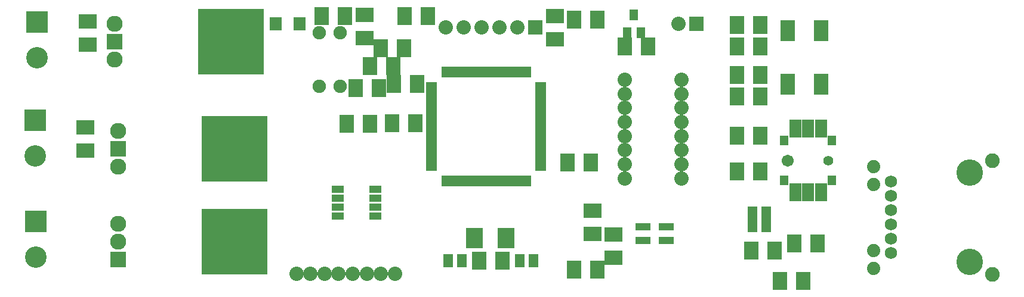
<source format=gts>
G04 (created by PCBNEW-RS274X (2012-01-19 BZR 3256)-stable) date 10/27/2012 1:23:42 PM*
G01*
G70*
G90*
%MOIN*%
G04 Gerber Fmt 3.4, Leading zero omitted, Abs format*
%FSLAX34Y34*%
G04 APERTURE LIST*
%ADD10C,0.006000*%
%ADD11R,0.060000X0.030000*%
%ADD12R,0.030000X0.060000*%
%ADD13R,0.090000X0.090000*%
%ADD14C,0.090000*%
%ADD15R,0.370000X0.370000*%
%ADD16R,0.047600X0.059400*%
%ADD17R,0.065000X0.040000*%
%ADD18R,0.080000X0.100000*%
%ADD19R,0.100000X0.080000*%
%ADD20R,0.055000X0.075000*%
%ADD21R,0.080000X0.080000*%
%ADD22C,0.080000*%
%ADD23R,0.094800X0.114500*%
%ADD24R,0.035700X0.043600*%
%ADD25C,0.075000*%
%ADD26C,0.067200*%
%ADD27C,0.055400*%
%ADD28R,0.048000X0.056700*%
%ADD29R,0.067200X0.098700*%
%ADD30R,0.068800X0.077900*%
%ADD31R,0.079100X0.059400*%
%ADD32R,0.120000X0.120000*%
%ADD33C,0.120000*%
%ADD34C,0.074000*%
%ADD35C,0.069000*%
%ADD36C,0.148000*%
%ADD37C,0.082000*%
G04 APERTURE END LIST*
G54D10*
G54D11*
X59800Y-35890D03*
X59800Y-40610D03*
X59800Y-40410D03*
X59800Y-40220D03*
X59800Y-40020D03*
X59800Y-39820D03*
X59800Y-39630D03*
X59800Y-39430D03*
X59800Y-39230D03*
X59800Y-39040D03*
X59800Y-38840D03*
X59800Y-38640D03*
X59800Y-38440D03*
X59800Y-38250D03*
X59800Y-38050D03*
X59800Y-37850D03*
X59800Y-37660D03*
X59800Y-37460D03*
X59800Y-37260D03*
X59800Y-37070D03*
X59800Y-36870D03*
X59800Y-36670D03*
X59800Y-36480D03*
X59800Y-36280D03*
X59800Y-36080D03*
G54D12*
X59110Y-41300D03*
X54390Y-41300D03*
X54590Y-41300D03*
X54780Y-41300D03*
X54980Y-41300D03*
X55180Y-41300D03*
X55370Y-41300D03*
X55570Y-41300D03*
X55770Y-41300D03*
X55960Y-41300D03*
X56160Y-41300D03*
X56360Y-41300D03*
X56560Y-41300D03*
X56750Y-41300D03*
X56950Y-41300D03*
X57150Y-41300D03*
X57340Y-41300D03*
X57540Y-41300D03*
X57740Y-41300D03*
X57930Y-41300D03*
X58130Y-41300D03*
X58330Y-41300D03*
X58520Y-41300D03*
X58720Y-41300D03*
X58920Y-41300D03*
X59110Y-35200D03*
X58910Y-35200D03*
X58720Y-35200D03*
X58520Y-35200D03*
X58320Y-35200D03*
X58130Y-35200D03*
X57930Y-35200D03*
X57730Y-35200D03*
X57540Y-35200D03*
X57340Y-35200D03*
X57140Y-35200D03*
X56940Y-35200D03*
X56750Y-35200D03*
X56550Y-35200D03*
X56350Y-35200D03*
X56160Y-35200D03*
X55960Y-35200D03*
X55760Y-35200D03*
X55570Y-35200D03*
X55370Y-35200D03*
X55170Y-35200D03*
X54980Y-35200D03*
X54780Y-35200D03*
X54580Y-35200D03*
X54390Y-35200D03*
G54D11*
X53700Y-35890D03*
X53700Y-36090D03*
X53700Y-36280D03*
X53700Y-36480D03*
X53700Y-36680D03*
X53700Y-36870D03*
X53700Y-37070D03*
X53700Y-37270D03*
X53700Y-37460D03*
X53700Y-37660D03*
X53700Y-37860D03*
X53700Y-38060D03*
X53700Y-38250D03*
X53700Y-38450D03*
X53700Y-38650D03*
X53700Y-38840D03*
X53700Y-39040D03*
X53700Y-39240D03*
X53700Y-39430D03*
X53700Y-39630D03*
X53700Y-39830D03*
X53700Y-40020D03*
X53700Y-40220D03*
X53700Y-40420D03*
X53700Y-40610D03*
G54D13*
X36200Y-45700D03*
G54D14*
X36200Y-43700D03*
X36200Y-44700D03*
G54D15*
X42700Y-44700D03*
G54D16*
X65000Y-32000D03*
X65375Y-33000D03*
X64625Y-33000D03*
G54D17*
X50550Y-41750D03*
X48450Y-41750D03*
X50550Y-42250D03*
X50550Y-42750D03*
X50550Y-43250D03*
X48450Y-42250D03*
X48450Y-42750D03*
X48450Y-43250D03*
G54D18*
X50250Y-34850D03*
X51550Y-34850D03*
G54D19*
X62700Y-44250D03*
X62700Y-42950D03*
G54D18*
X75250Y-44800D03*
X73950Y-44800D03*
X71550Y-45200D03*
X72850Y-45200D03*
X50250Y-38100D03*
X48950Y-38100D03*
G54D19*
X49950Y-33300D03*
X49950Y-32000D03*
G54D18*
X48850Y-32050D03*
X47550Y-32050D03*
X57650Y-45750D03*
X56350Y-45750D03*
G54D19*
X63850Y-45600D03*
X63850Y-44300D03*
G54D18*
X50850Y-33850D03*
X52150Y-33850D03*
X70750Y-35350D03*
X72050Y-35350D03*
X70750Y-36550D03*
X72050Y-36550D03*
X70750Y-33750D03*
X72050Y-33750D03*
X70750Y-32550D03*
X72050Y-32550D03*
G54D19*
X60600Y-32050D03*
X60600Y-33350D03*
G54D18*
X70750Y-40750D03*
X72050Y-40750D03*
X72050Y-38750D03*
X70750Y-38750D03*
X61650Y-32250D03*
X62950Y-32250D03*
X64500Y-33750D03*
X65800Y-33750D03*
X52800Y-38050D03*
X51500Y-38050D03*
X62575Y-40250D03*
X61275Y-40250D03*
X62950Y-46250D03*
X61650Y-46250D03*
X51575Y-35850D03*
X52875Y-35850D03*
X49450Y-36100D03*
X50750Y-36100D03*
G54D19*
X34500Y-32350D03*
X34500Y-33650D03*
X34350Y-39600D03*
X34350Y-38300D03*
G54D18*
X53500Y-32050D03*
X52200Y-32050D03*
G54D20*
X71625Y-43100D03*
X72375Y-43100D03*
X71625Y-43800D03*
X72375Y-43800D03*
X59375Y-45750D03*
X58625Y-45750D03*
X54625Y-45750D03*
X55375Y-45750D03*
G54D21*
X68500Y-32500D03*
G54D22*
X67500Y-32500D03*
G54D21*
X59500Y-32700D03*
G54D22*
X58500Y-32700D03*
X57500Y-32700D03*
X56500Y-32700D03*
X55500Y-32700D03*
X54500Y-32700D03*
G54D15*
X42500Y-33500D03*
G54D14*
X36000Y-32500D03*
G54D13*
X36000Y-33500D03*
G54D14*
X36000Y-34500D03*
G54D15*
X42700Y-39500D03*
G54D14*
X36200Y-38500D03*
G54D13*
X36200Y-39500D03*
G54D14*
X36200Y-40500D03*
G54D23*
X56094Y-44500D03*
X57866Y-44500D03*
G54D24*
X66800Y-44624D03*
X67056Y-44624D03*
X66544Y-44624D03*
X66544Y-43876D03*
X66800Y-43876D03*
X67056Y-43876D03*
X65500Y-43876D03*
X65244Y-43876D03*
X65756Y-43876D03*
X65756Y-44624D03*
X65500Y-44624D03*
X65244Y-44624D03*
G54D25*
X47409Y-36000D03*
X48591Y-36000D03*
X47409Y-33000D03*
X48591Y-33000D03*
G54D22*
X64500Y-38787D03*
X64500Y-38000D03*
X64500Y-39575D03*
X64500Y-37213D03*
X64500Y-36425D03*
X64500Y-40362D03*
X64500Y-35638D03*
X64500Y-41150D03*
X67650Y-38787D03*
X67650Y-38000D03*
X67650Y-39575D03*
X67650Y-37213D03*
X67650Y-36425D03*
X67650Y-40362D03*
X67650Y-35638D03*
X67650Y-41150D03*
G54D26*
X73600Y-40150D03*
G54D27*
X75864Y-40150D03*
G54D28*
X73393Y-39044D03*
X73393Y-41256D03*
X76070Y-41256D03*
X76070Y-39044D03*
G54D29*
X74732Y-41922D03*
X74023Y-41922D03*
X75441Y-41922D03*
X75441Y-38378D03*
X74732Y-38378D03*
X74023Y-38378D03*
G54D30*
X45000Y-32500D03*
X46327Y-32500D03*
G54D31*
X73600Y-33150D03*
X75450Y-33150D03*
X75450Y-32599D03*
X73600Y-32599D03*
X73600Y-36150D03*
X75450Y-36150D03*
X75450Y-35599D03*
X73600Y-35599D03*
G54D18*
X73150Y-46900D03*
X74450Y-46900D03*
G54D22*
X49287Y-46500D03*
X48500Y-46500D03*
X50075Y-46500D03*
X47713Y-46500D03*
X46925Y-46500D03*
X50862Y-46500D03*
X46138Y-46500D03*
X51650Y-46500D03*
G54D32*
X31600Y-43550D03*
G54D33*
X31600Y-45550D03*
G54D32*
X31650Y-32400D03*
G54D33*
X31650Y-34400D03*
G54D32*
X31550Y-37900D03*
G54D33*
X31550Y-39900D03*
G54D34*
X78400Y-40500D03*
X78400Y-41500D03*
X78400Y-45180D03*
X78400Y-46180D03*
G54D35*
X79370Y-41340D03*
X79370Y-42140D03*
X79370Y-42940D03*
X79370Y-43740D03*
X79370Y-44540D03*
X79370Y-45340D03*
G54D36*
X83770Y-40840D03*
X83770Y-45840D03*
G54D37*
X85020Y-40165D03*
X85020Y-46515D03*
M02*

</source>
